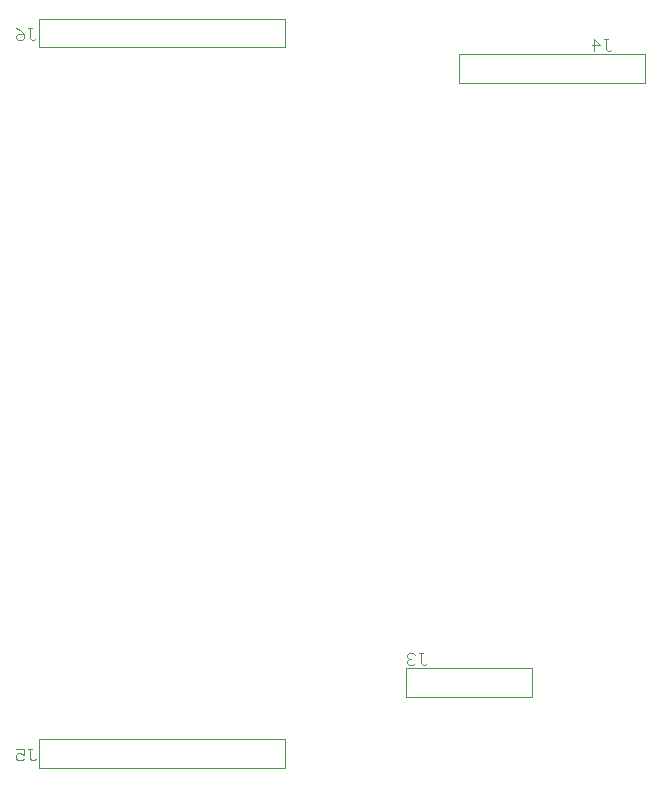
<source format=gbo>
G04*
G04 #@! TF.GenerationSoftware,Altium Limited,Altium Designer,20.2.6 (244)*
G04*
G04 Layer_Color=32896*
%FSLAX44Y44*%
%MOMM*%
G71*
G04*
G04 #@! TF.SameCoordinates,D8BAA703-6470-441F-A09B-1F1B88CACBC1*
G04*
G04*
G04 #@! TF.FilePolarity,Positive*
G04*
G01*
G75*
%ADD12C,0.1000*%
D12*
X45855Y617936D02*
X254135D01*
X45855D02*
Y642066D01*
X254135D01*
Y617936D02*
Y642066D01*
X463340Y67936D02*
Y92067D01*
X356660Y67936D02*
X463340D01*
X356660D02*
Y92067D01*
X463340D01*
X401262Y587933D02*
Y612064D01*
Y587933D02*
X558742D01*
Y612064D01*
X401262D02*
X558742D01*
X45855Y7936D02*
X254135D01*
X45855D02*
Y32066D01*
X254135D01*
Y7936D02*
Y32066D01*
X36586Y634247D02*
X39918D01*
X38252D01*
Y625916D01*
X39918Y624250D01*
X41584D01*
X43250Y625916D01*
X26589Y634247D02*
X29921Y632581D01*
X33253Y629248D01*
Y625916D01*
X31587Y624250D01*
X28255D01*
X26589Y625916D01*
Y627582D01*
X28255Y629248D01*
X33253D01*
X367336Y104997D02*
X370668D01*
X369002D01*
Y96666D01*
X370668Y95000D01*
X372334D01*
X374000Y96666D01*
X364003Y103331D02*
X362337Y104997D01*
X359005D01*
X357339Y103331D01*
Y101664D01*
X359005Y99998D01*
X360671D01*
X359005D01*
X357339Y98332D01*
Y96666D01*
X359005Y95000D01*
X362337D01*
X364003Y96666D01*
X523835Y624497D02*
X527168D01*
X525502D01*
Y616166D01*
X527168Y614500D01*
X528834D01*
X530500Y616166D01*
X515505Y614500D02*
Y624497D01*
X520503Y619498D01*
X513839D01*
X36586Y23997D02*
X39918D01*
X38252D01*
Y15666D01*
X39918Y14000D01*
X41584D01*
X43250Y15666D01*
X26589Y23997D02*
X33253D01*
Y18998D01*
X29921Y20665D01*
X28255D01*
X26589Y18998D01*
Y15666D01*
X28255Y14000D01*
X31587D01*
X33253Y15666D01*
M02*

</source>
